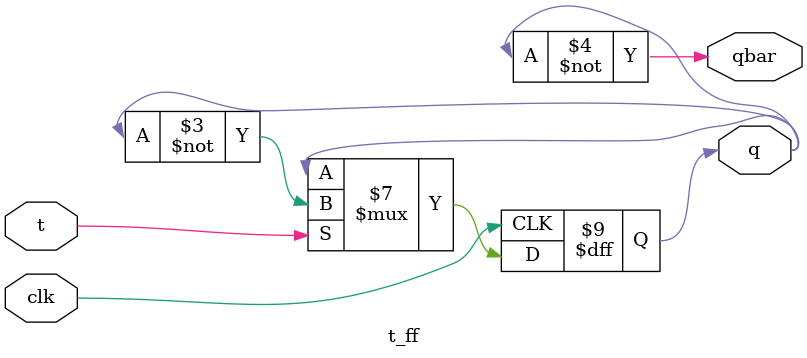
<source format=v>
module t_ff(t,clk,q,qbar );
input t,clk;
output reg q=0;
output qbar;
always @(posedge clk)
if (t==1)
   q=~q;
else
   q = q;

assign qbar=~q;
endmodule
</source>
